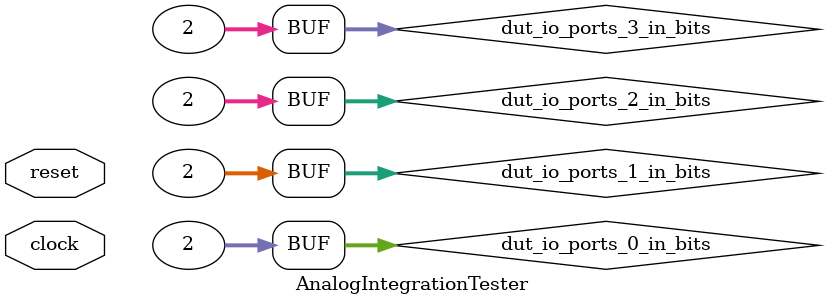
<source format=v>
module AnalogBlackBoxModule(
  inout  [31:0] io_bus,
  input         io_port_0_in_valid,
  output [31:0] io_port_0_out
);
  wire  impl_port_0_in_valid; // @[AnalogIntegrationSpec.scala 45:20]
  wire [31:0] impl_port_0_in_bits; // @[AnalogIntegrationSpec.scala 45:20]
  wire [31:0] impl_port_0_out; // @[AnalogIntegrationSpec.scala 45:20]
  AnalogBlackBox #(.index(0)) impl ( // @[AnalogIntegrationSpec.scala 45:20]
    .bus(io_bus),
    .port_0_in_valid(impl_port_0_in_valid),
    .port_0_in_bits(impl_port_0_in_bits),
    .port_0_out(impl_port_0_out)
  );
  assign io_port_0_out = impl_port_0_out; // @[AnalogIntegrationSpec.scala 46:6]
  assign impl_port_0_in_valid = io_port_0_in_valid; // @[AnalogIntegrationSpec.scala 46:6]
  assign impl_port_0_in_bits = 32'h2; // @[AnalogIntegrationSpec.scala 46:6]
endmodule
module AnalogBlackBoxWrapper(
  inout  [31:0] io_bus,
  input         io_port_0_in_valid,
  output [31:0] io_port_0_out
);
  wire  bbs_0_io_port_0_in_valid; // @[AnalogIntegrationSpec.scala 53:33]
  wire [31:0] bbs_0_io_port_0_out; // @[AnalogIntegrationSpec.scala 53:33]
  AnalogBlackBoxModule bbs_0 ( // @[AnalogIntegrationSpec.scala 53:33]
    .io_bus(io_bus),
    .io_port_0_in_valid(bbs_0_io_port_0_in_valid),
    .io_port_0_out(bbs_0_io_port_0_out)
  );
  assign io_port_0_out = bbs_0_io_port_0_out; // @[AnalogIntegrationSpec.scala 55:11]
  assign bbs_0_io_port_0_in_valid = io_port_0_in_valid; // @[AnalogIntegrationSpec.scala 55:11]
endmodule
module AnalogBlackBoxModule_1(
  inout  [31:0] io_bus,
  input         io_port_0_in_valid,
  output [31:0] io_port_0_out
);
  wire  impl_port_0_in_valid; // @[AnalogIntegrationSpec.scala 45:20]
  wire [31:0] impl_port_0_in_bits; // @[AnalogIntegrationSpec.scala 45:20]
  wire [31:0] impl_port_0_out; // @[AnalogIntegrationSpec.scala 45:20]
  AnalogBlackBox #(.index(1)) impl ( // @[AnalogIntegrationSpec.scala 45:20]
    .bus(io_bus),
    .port_0_in_valid(impl_port_0_in_valid),
    .port_0_in_bits(impl_port_0_in_bits),
    .port_0_out(impl_port_0_out)
  );
  assign io_port_0_out = impl_port_0_out; // @[AnalogIntegrationSpec.scala 46:6]
  assign impl_port_0_in_valid = io_port_0_in_valid; // @[AnalogIntegrationSpec.scala 46:6]
  assign impl_port_0_in_bits = 32'h2; // @[AnalogIntegrationSpec.scala 46:6]
endmodule
module AnalogBlackBoxModule_2(
  inout  [31:0] io_bus,
  input         io_port_0_in_valid,
  output [31:0] io_port_0_out
);
  wire  impl_port_0_in_valid; // @[AnalogIntegrationSpec.scala 45:20]
  wire [31:0] impl_port_0_in_bits; // @[AnalogIntegrationSpec.scala 45:20]
  wire [31:0] impl_port_0_out; // @[AnalogIntegrationSpec.scala 45:20]
  AnalogBlackBox #(.index(2)) impl ( // @[AnalogIntegrationSpec.scala 45:20]
    .bus(io_bus),
    .port_0_in_valid(impl_port_0_in_valid),
    .port_0_in_bits(impl_port_0_in_bits),
    .port_0_out(impl_port_0_out)
  );
  assign io_port_0_out = impl_port_0_out; // @[AnalogIntegrationSpec.scala 46:6]
  assign impl_port_0_in_valid = io_port_0_in_valid; // @[AnalogIntegrationSpec.scala 46:6]
  assign impl_port_0_in_bits = 32'h2; // @[AnalogIntegrationSpec.scala 46:6]
endmodule
module AnalogBlackBoxModule_3(
  inout  [31:0] io_bus,
  input         io_port_0_in_valid,
  output [31:0] io_port_0_out
);
  wire  impl_port_0_in_valid; // @[AnalogIntegrationSpec.scala 45:20]
  wire [31:0] impl_port_0_in_bits; // @[AnalogIntegrationSpec.scala 45:20]
  wire [31:0] impl_port_0_out; // @[AnalogIntegrationSpec.scala 45:20]
  AnalogBlackBox #(.index(3)) impl ( // @[AnalogIntegrationSpec.scala 45:20]
    .bus(io_bus),
    .port_0_in_valid(impl_port_0_in_valid),
    .port_0_in_bits(impl_port_0_in_bits),
    .port_0_out(impl_port_0_out)
  );
  assign io_port_0_out = impl_port_0_out; // @[AnalogIntegrationSpec.scala 46:6]
  assign impl_port_0_in_valid = io_port_0_in_valid; // @[AnalogIntegrationSpec.scala 46:6]
  assign impl_port_0_in_bits = 32'h2; // @[AnalogIntegrationSpec.scala 46:6]
endmodule
module AnalogBlackBoxWrapper_1(
  inout  [31:0] io_bus,
  input         io_port_0_in_valid,
  output [31:0] io_port_0_out,
  input         io_port_1_in_valid,
  output [31:0] io_port_1_out
);
  wire  bbs_0_io_port_0_in_valid; // @[AnalogIntegrationSpec.scala 53:33]
  wire [31:0] bbs_0_io_port_0_out; // @[AnalogIntegrationSpec.scala 53:33]
  wire  bbs_1_io_port_0_in_valid; // @[AnalogIntegrationSpec.scala 53:33]
  wire [31:0] bbs_1_io_port_0_out; // @[AnalogIntegrationSpec.scala 53:33]
  AnalogBlackBoxModule_2 bbs_0 ( // @[AnalogIntegrationSpec.scala 53:33]
    .io_bus(io_bus),
    .io_port_0_in_valid(bbs_0_io_port_0_in_valid),
    .io_port_0_out(bbs_0_io_port_0_out)
  );
  AnalogBlackBoxModule_3 bbs_1 ( // @[AnalogIntegrationSpec.scala 53:33]
    .io_bus(io_bus),
    .io_port_0_in_valid(bbs_1_io_port_0_in_valid),
    .io_port_0_out(bbs_1_io_port_0_out)
  );
  assign io_port_0_out = bbs_0_io_port_0_out; // @[AnalogIntegrationSpec.scala 55:11]
  assign io_port_1_out = bbs_1_io_port_0_out; // @[AnalogIntegrationSpec.scala 55:11]
  assign bbs_0_io_port_0_in_valid = io_port_0_in_valid; // @[AnalogIntegrationSpec.scala 55:11]
  assign bbs_1_io_port_0_in_valid = io_port_1_in_valid; // @[AnalogIntegrationSpec.scala 55:11]
endmodule
module AnalogSmallDUT(
  input         io_ports_0_in_valid,
  input  [31:0] io_ports_0_in_bits,
  output [31:0] io_ports_0_out,
  input         io_ports_1_in_valid,
  input  [31:0] io_ports_1_in_bits,
  output [31:0] io_ports_1_out,
  input         io_ports_2_in_valid,
  input  [31:0] io_ports_2_in_bits,
  output [31:0] io_ports_2_out,
  input         io_ports_3_in_valid,
  input  [31:0] io_ports_3_in_bits,
  output [31:0] io_ports_3_out
);
  wire  mods_0_io_port_0_in_valid; // @[AnalogIntegrationSpec.scala 96:11]
  wire [31:0] mods_0_io_port_0_out; // @[AnalogIntegrationSpec.scala 96:11]
  wire  mods_1_io_port_0_in_valid; // @[AnalogIntegrationSpec.scala 97:11]
  wire [31:0] mods_1_io_port_0_out; // @[AnalogIntegrationSpec.scala 97:11]
  wire  mods_2_io_port_0_in_valid; // @[AnalogIntegrationSpec.scala 98:11]
  wire [31:0] mods_2_io_port_0_out; // @[AnalogIntegrationSpec.scala 98:11]
  wire  mods_2_io_port_1_in_valid; // @[AnalogIntegrationSpec.scala 98:11]
  wire [31:0] mods_2_io_port_1_out; // @[AnalogIntegrationSpec.scala 98:11]
  wire [31:0] _GEN_0;
  AnalogBlackBoxWrapper mods_0 ( // @[AnalogIntegrationSpec.scala 96:11]
    .io_bus(_GEN_0),
    .io_port_0_in_valid(mods_0_io_port_0_in_valid),
    .io_port_0_out(mods_0_io_port_0_out)
  );
  AnalogBlackBoxModule_1 mods_1 ( // @[AnalogIntegrationSpec.scala 97:11]
    .io_bus(_GEN_0),
    .io_port_0_in_valid(mods_1_io_port_0_in_valid),
    .io_port_0_out(mods_1_io_port_0_out)
  );
  AnalogBlackBoxWrapper_1 mods_2 ( // @[AnalogIntegrationSpec.scala 98:11]
    .io_bus(_GEN_0),
    .io_port_0_in_valid(mods_2_io_port_0_in_valid),
    .io_port_0_out(mods_2_io_port_0_out),
    .io_port_1_in_valid(mods_2_io_port_1_in_valid),
    .io_port_1_out(mods_2_io_port_1_out)
  );
  assign io_ports_0_out = mods_0_io_port_0_out; // @[AnalogIntegrationSpec.scala 101:12]
  assign io_ports_1_out = mods_1_io_port_0_out; // @[AnalogIntegrationSpec.scala 101:12]
  assign io_ports_2_out = mods_2_io_port_0_out; // @[AnalogIntegrationSpec.scala 101:12]
  assign io_ports_3_out = mods_2_io_port_1_out; // @[AnalogIntegrationSpec.scala 101:12]
  assign mods_0_io_port_0_in_valid = io_ports_0_in_valid; // @[AnalogIntegrationSpec.scala 101:12]
  assign mods_1_io_port_0_in_valid = io_ports_1_in_valid; // @[AnalogIntegrationSpec.scala 101:12]
  assign mods_2_io_port_0_in_valid = io_ports_2_in_valid; // @[AnalogIntegrationSpec.scala 101:12]
  assign mods_2_io_port_1_in_valid = io_ports_3_in_valid; // @[AnalogIntegrationSpec.scala 101:12]
endmodule
module AnalogIntegrationTester(
  input   clock,
  input   reset
);
`ifdef RANDOMIZE_REG_INIT
  reg [31:0] _RAND_0;
`endif // RANDOMIZE_REG_INIT
  wire  dut_io_ports_0_in_valid; // @[AnalogIntegrationSpec.scala 110:19]
  wire [31:0] dut_io_ports_0_in_bits; // @[AnalogIntegrationSpec.scala 110:19]
  wire [31:0] dut_io_ports_0_out; // @[AnalogIntegrationSpec.scala 110:19]
  wire  dut_io_ports_1_in_valid; // @[AnalogIntegrationSpec.scala 110:19]
  wire [31:0] dut_io_ports_1_in_bits; // @[AnalogIntegrationSpec.scala 110:19]
  wire [31:0] dut_io_ports_1_out; // @[AnalogIntegrationSpec.scala 110:19]
  wire  dut_io_ports_2_in_valid; // @[AnalogIntegrationSpec.scala 110:19]
  wire [31:0] dut_io_ports_2_in_bits; // @[AnalogIntegrationSpec.scala 110:19]
  wire [31:0] dut_io_ports_2_out; // @[AnalogIntegrationSpec.scala 110:19]
  wire  dut_io_ports_3_in_valid; // @[AnalogIntegrationSpec.scala 110:19]
  wire [31:0] dut_io_ports_3_in_bits; // @[AnalogIntegrationSpec.scala 110:19]
  wire [31:0] dut_io_ports_3_out; // @[AnalogIntegrationSpec.scala 110:19]
  reg [1:0] cycle; // @[Counter.scala 62:40]
  wire  wrap_wrap = cycle == 2'h3; // @[Counter.scala 74:24]
  wire [1:0] _wrap_value_T_1 = cycle + 2'h1; // @[Counter.scala 78:24]
  wire  _T_1 = ~reset; // @[AnalogIntegrationSpec.scala 117:11]
  wire [31:0] _GEN_4 = cycle == 2'h1 ? 32'h3 : 32'h2; // @[AnalogIntegrationSpec.scala 124:27 125:21]
  wire [31:0] _GEN_6 = cycle == 2'h2 ? 32'h4 : _GEN_4; // @[AnalogIntegrationSpec.scala 124:27 125:21]
  wire [31:0] expectedValue = wrap_wrap ? 32'h5 : _GEN_6; // @[AnalogIntegrationSpec.scala 124:27 125:21]
  AnalogSmallDUT dut ( // @[AnalogIntegrationSpec.scala 110:19]
    .io_ports_0_in_valid(dut_io_ports_0_in_valid),
    .io_ports_0_in_bits(dut_io_ports_0_in_bits),
    .io_ports_0_out(dut_io_ports_0_out),
    .io_ports_1_in_valid(dut_io_ports_1_in_valid),
    .io_ports_1_in_bits(dut_io_ports_1_in_bits),
    .io_ports_1_out(dut_io_ports_1_out),
    .io_ports_2_in_valid(dut_io_ports_2_in_valid),
    .io_ports_2_in_bits(dut_io_ports_2_in_bits),
    .io_ports_2_out(dut_io_ports_2_out),
    .io_ports_3_in_valid(dut_io_ports_3_in_valid),
    .io_ports_3_in_bits(dut_io_ports_3_in_bits),
    .io_ports_3_out(dut_io_ports_3_out)
  );
  assign dut_io_ports_0_in_valid = cycle == 2'h0; // @[AnalogIntegrationSpec.scala 124:16]
  assign dut_io_ports_0_in_bits = 32'h2; // @[AnalogIntegrationSpec.scala 120:17]
  assign dut_io_ports_1_in_valid = cycle == 2'h1; // @[AnalogIntegrationSpec.scala 124:16]
  assign dut_io_ports_1_in_bits = 32'h2; // @[AnalogIntegrationSpec.scala 120:17]
  assign dut_io_ports_2_in_valid = cycle == 2'h2; // @[AnalogIntegrationSpec.scala 124:16]
  assign dut_io_ports_2_in_bits = 32'h2; // @[AnalogIntegrationSpec.scala 120:17]
  assign dut_io_ports_3_in_valid = cycle == 2'h3; // @[AnalogIntegrationSpec.scala 124:16]
  assign dut_io_ports_3_in_bits = 32'h2; // @[AnalogIntegrationSpec.scala 120:17]
  always @(posedge clock) begin
    if (reset) begin // @[Counter.scala 62:40]
      cycle <= 2'h0; // @[Counter.scala 62:40]
    end else begin
      cycle <= _wrap_value_T_1;
    end
    `ifndef SYNTHESIS
    `ifdef PRINTF_COND
      if (`PRINTF_COND) begin
    `endif
        if (~reset) begin
          $fwrite(32'h80000002,"@%d: BlackBox #0: AnalogBlackBoxPort(in -> Valid(valid -> %d, bits -> %d), out -> %d)\n"
            ,cycle,dut_io_ports_0_in_valid,dut_io_ports_0_in_bits,dut_io_ports_0_out); // @[AnalogIntegrationSpec.scala 117:11]
        end
    `ifdef PRINTF_COND
      end
    `endif
    `endif // SYNTHESIS
    `ifndef SYNTHESIS
    `ifdef STOP_COND
      if (`STOP_COND) begin
    `endif
        if (_T_1 & ~(dut_io_ports_0_out == expectedValue)) begin
          $fatal; // @[AnalogIntegrationSpec.scala 122:11]
        end
    `ifdef STOP_COND
      end
    `endif
    `endif // SYNTHESIS
    `ifndef SYNTHESIS
    `ifdef PRINTF_COND
      if (`PRINTF_COND) begin
    `endif
        if (_T_1 & ~(dut_io_ports_0_out == expectedValue)) begin
          $fwrite(32'h80000002,
            "Assertion failed\n    at AnalogIntegrationSpec.scala:122 assert(dut.out === expectedValue)\n"); // @[AnalogIntegrationSpec.scala 122:11]
        end
    `ifdef PRINTF_COND
      end
    `endif
    `endif // SYNTHESIS
    `ifndef SYNTHESIS
    `ifdef PRINTF_COND
      if (`PRINTF_COND) begin
    `endif
        if (~reset) begin
          $fwrite(32'h80000002,"@%d: BlackBox #1: AnalogBlackBoxPort(in -> Valid(valid -> %d, bits -> %d), out -> %d)\n"
            ,cycle,dut_io_ports_1_in_valid,dut_io_ports_1_in_bits,dut_io_ports_1_out); // @[AnalogIntegrationSpec.scala 117:11]
        end
    `ifdef PRINTF_COND
      end
    `endif
    `endif // SYNTHESIS
    `ifndef SYNTHESIS
    `ifdef STOP_COND
      if (`STOP_COND) begin
    `endif
        if (_T_1 & ~(dut_io_ports_1_out == expectedValue)) begin
          $fatal; // @[AnalogIntegrationSpec.scala 122:11]
        end
    `ifdef STOP_COND
      end
    `endif
    `endif // SYNTHESIS
    `ifndef SYNTHESIS
    `ifdef PRINTF_COND
      if (`PRINTF_COND) begin
    `endif
        if (_T_1 & ~(dut_io_ports_1_out == expectedValue)) begin
          $fwrite(32'h80000002,
            "Assertion failed\n    at AnalogIntegrationSpec.scala:122 assert(dut.out === expectedValue)\n"); // @[AnalogIntegrationSpec.scala 122:11]
        end
    `ifdef PRINTF_COND
      end
    `endif
    `endif // SYNTHESIS
    `ifndef SYNTHESIS
    `ifdef PRINTF_COND
      if (`PRINTF_COND) begin
    `endif
        if (~reset) begin
          $fwrite(32'h80000002,"@%d: BlackBox #2: AnalogBlackBoxPort(in -> Valid(valid -> %d, bits -> %d), out -> %d)\n"
            ,cycle,dut_io_ports_2_in_valid,dut_io_ports_2_in_bits,dut_io_ports_2_out); // @[AnalogIntegrationSpec.scala 117:11]
        end
    `ifdef PRINTF_COND
      end
    `endif
    `endif // SYNTHESIS
    `ifndef SYNTHESIS
    `ifdef STOP_COND
      if (`STOP_COND) begin
    `endif
        if (_T_1 & ~(dut_io_ports_2_out == expectedValue)) begin
          $fatal; // @[AnalogIntegrationSpec.scala 122:11]
        end
    `ifdef STOP_COND
      end
    `endif
    `endif // SYNTHESIS
    `ifndef SYNTHESIS
    `ifdef PRINTF_COND
      if (`PRINTF_COND) begin
    `endif
        if (_T_1 & ~(dut_io_ports_2_out == expectedValue)) begin
          $fwrite(32'h80000002,
            "Assertion failed\n    at AnalogIntegrationSpec.scala:122 assert(dut.out === expectedValue)\n"); // @[AnalogIntegrationSpec.scala 122:11]
        end
    `ifdef PRINTF_COND
      end
    `endif
    `endif // SYNTHESIS
    `ifndef SYNTHESIS
    `ifdef PRINTF_COND
      if (`PRINTF_COND) begin
    `endif
        if (~reset) begin
          $fwrite(32'h80000002,"@%d: BlackBox #3: AnalogBlackBoxPort(in -> Valid(valid -> %d, bits -> %d), out -> %d)\n"
            ,cycle,dut_io_ports_3_in_valid,dut_io_ports_3_in_bits,dut_io_ports_3_out); // @[AnalogIntegrationSpec.scala 117:11]
        end
    `ifdef PRINTF_COND
      end
    `endif
    `endif // SYNTHESIS
    `ifndef SYNTHESIS
    `ifdef STOP_COND
      if (`STOP_COND) begin
    `endif
        if (_T_1 & ~(dut_io_ports_3_out == expectedValue)) begin
          $fatal; // @[AnalogIntegrationSpec.scala 122:11]
        end
    `ifdef STOP_COND
      end
    `endif
    `endif // SYNTHESIS
    `ifndef SYNTHESIS
    `ifdef PRINTF_COND
      if (`PRINTF_COND) begin
    `endif
        if (_T_1 & ~(dut_io_ports_3_out == expectedValue)) begin
          $fwrite(32'h80000002,
            "Assertion failed\n    at AnalogIntegrationSpec.scala:122 assert(dut.out === expectedValue)\n"); // @[AnalogIntegrationSpec.scala 122:11]
        end
    `ifdef PRINTF_COND
      end
    `endif
    `endif // SYNTHESIS
    `ifndef SYNTHESIS
    `ifdef STOP_COND
      if (`STOP_COND) begin
    `endif
        if (wrap_wrap & _T_1) begin
          $finish; // @[AnalogIntegrationSpec.scala 130:20]
        end
    `ifdef STOP_COND
      end
    `endif
    `endif // SYNTHESIS
  end
// Register and memory initialization
`ifdef RANDOMIZE_GARBAGE_ASSIGN
`define RANDOMIZE
`endif
`ifdef RANDOMIZE_INVALID_ASSIGN
`define RANDOMIZE
`endif
`ifdef RANDOMIZE_REG_INIT
`define RANDOMIZE
`endif
`ifdef RANDOMIZE_MEM_INIT
`define RANDOMIZE
`endif
`ifndef RANDOM
`define RANDOM $random
`endif
`ifdef RANDOMIZE_MEM_INIT
  integer initvar;
`endif
`ifndef SYNTHESIS
`ifdef FIRRTL_BEFORE_INITIAL
`FIRRTL_BEFORE_INITIAL
`endif
initial begin
  `ifdef RANDOMIZE
    `ifdef INIT_RANDOM
      `INIT_RANDOM
    `endif
    `ifndef VERILATOR
      `ifdef RANDOMIZE_DELAY
        #`RANDOMIZE_DELAY begin end
      `else
        #0.002 begin end
      `endif
    `endif
`ifdef RANDOMIZE_REG_INIT
  _RAND_0 = {1{`RANDOM}};
  cycle = _RAND_0[1:0];
`endif // RANDOMIZE_REG_INIT
  `endif // RANDOMIZE
end // initial
`ifdef FIRRTL_AFTER_INITIAL
`FIRRTL_AFTER_INITIAL
`endif
`endif // SYNTHESIS
endmodule

</source>
